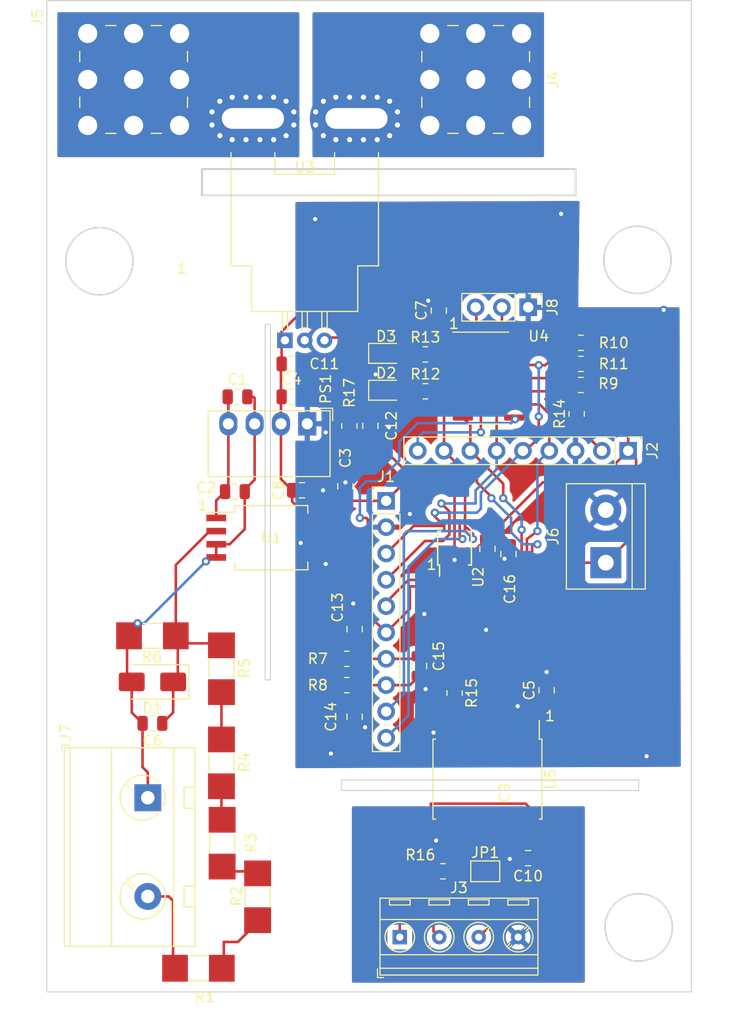
<source format=kicad_pcb>
(kicad_pcb (version 20221018) (generator pcbnew)
  (layers (0 "F.Cu" signal) (31 "B.Cu" signal) (34 "B.Paste" user) (35 "F.Paste" user) (36 "B.SilkS" user "B.Silkscreen") (37 "F.SilkS" user "F.Silkscreen") (38 "B.Mask" user) (39 "F.Mask" user) (44 "Edge.Cuts" user))
  (net 0 "")
  (net 1 "Net-(D1-A1)")
  (net 2 "GND1")
  (net 3 "GND")
  (net 4 "+5V")
  (net 5 "+5VP")
  (net 6 "Net-(R1-Pad2)")
  (net 7 "Net-(R2-Pad2)")
  (net 8 "Net-(R3-Pad2)")
  (net 9 "Net-(R4-Pad2)")
  (net 10 "Net-(U1-OUT+)")
  (net 11 "Net-(U1-OUT-)")
  (net 12 "GND2")
  (net 13 "VDD2")
  (net 14 "Net-(D2-A)")
  (net 15 "Net-(D3-A)")
  (net 16 "Net-(J2-Pin_2)")
  (net 17 "SCL")
  (net 18 "SDA")
  (net 19 "TXD")
  (net 20 "RXD")
  (net 21 "PA5")
  (net 22 "Net-(J4-Pin_1)")
  (net 23 "Net-(J5-Pin_1)")
  (net 24 "Net-(JP1-A)")
  (net 25 "B")
  (net 26 "RESET")
  (net 27 "PA7")
  (net 28 "PA6")
  (net 29 "Net-(U5-PV)")
  (net 30 "A")
  (net 31 "PA3")
  (net 32 "PA4")
  (net 33 "ALERT")
  (net 34 "XDIR")
  (net 38 "Net-(J7-Pin_2)")
  (net 39 "Net-(J1-Pin_9)")
  (net 40 "Net-(J1-Pin_7)")
  (net 41 "Net-(J1-Pin_8)")
  (net 42 "Net-(U3-VIOUT)")
  (net 43 "Net-(J1-Pin_10)")
  (net 44 "Net-(J1-Pin_5)")
  (footprint "PP:PP | R_MELF_MMB-0207 | 0805 Compatible" (layer "F.Cu") (at 39.977 71.0595 90)
    (fp_text reference "R5")
    (fp_text value "402k")
  )
  (footprint "Package_SO:SOIC-16W_7.5x10.3mm_P1.27mm" (layer "F.Cu") (at 65.659 81.71 -90)
    (fp_text reference "U5")
    (fp_text value "ADM2483xRW")
  )
  (footprint "TerminalBlock_MetzConnect:TerminalBlock_MetzConnect_Type086_RT03404HBLC_1x04_P3.81mm_Horizontal" (layer "F.Cu") (at 57.194 96.95)
    (fp_text reference "J3")
    (fp_text value "Screw_Terminal_01x04")
  )
  (footprint "Connector_PinHeader_2.54mm:PinHeader_1x03_P2.54mm_Vertical" (layer "F.Cu") (at 69.596 36.195 -90)
    (fp_text reference "J8")
    (fp_text value "PA3/PA4")
  )
  (footprint "Capacitor_SMD:C_0805_2012Metric" (layer "F.Cu") (at 67.691 60.005 90)
    (fp_text reference "C16")
    (fp_text value "10u")
  )
  (footprint "Capacitor_SMD:C_0805_2012Metric" (layer "F.Cu") (at 51.943 53.467 90)
    (fp_text reference "C3")
    (fp_text value "100n")
  )
  (footprint "TerminalBlock_Wuerth:Wuerth_REDCUBE-THR_WP-THRBU_74650194_THR" (layer "F.Cu") (at 31.496 14.218 -90)
    (fp_text reference "J5")
    (fp_text value "9x9 PIN connector")
  )
  (footprint "Capacitor_SMD:C_0805_2012Metric" (layer "F.Cu") (at 69.579 89.33)
    (fp_text reference "C10")
    (fp_text value "100nF")
  )
  (footprint "Capacitor_SMD:C_0805_2012Metric" (layer "F.Cu") (at 47.752 53.848)
    (fp_text reference "C8")
    (fp_text value "100nF")
  )
  (footprint "Capacitor_SMD:C_0805_2012Metric" (layer "F.Cu") (at 33.312 76.3295 180)
    (fp_text reference "C6")
    (fp_text value "1n")
  )
  (footprint "PP:PP | R_MELF_MMB-0207 | 0805 Compatible" (layer "F.Cu") (at 40.0405 87.8865 90)
    (fp_text reference "R3")
    (fp_text value "402k")
  )
  (footprint "Capacitor_SMD:C_0805_2012Metric" (layer "F.Cu") (at 65.659 59.502 -90)
    (fp_text reference "C9")
    (fp_text value "100nF")
  )
  (footprint "Capacitor_SMD:C_0805_2012Metric" (layer "F.Cu") (at 71.374 73.14 90)
    (fp_text reference "C5")
    (fp_text value "100n")
  )
  (footprint "Capacitor_SMD:C_0805_2012Metric" (layer "F.Cu") (at 52.832 67.249 -90)
    (fp_text reference "C13")
    (fp_text value "100n")
  )
  (footprint "Capacitor_SMD:C_0805_2012Metric" (layer "F.Cu") (at 46.736 41.656)
    (fp_text reference "C11")
    (fp_text value "100n")
  )
  (footprint "Resistor_SMD:R_0805_2012Metric" (layer "F.Cu") (at 52.07 72.644)
    (fp_text reference "R8")
    (fp_text value "10k")
  )
  (footprint "Diode_SMD:D_SMA" (layer "F.Cu") (at 33.312 72.3295 180)
    (fp_text reference "D1")
    (fp_text value "SMAJ5.0A")
  )
  (footprint "Capacitor_SMD:C_0805_2012Metric" (layer "F.Cu") (at 41.529 44.831)
    (fp_text reference "C1")
    (fp_text value "10u")
  )
  (footprint "Resistor_SMD:R_0805_2012Metric" (layer "F.Cu") (at 52.324 47.6485 90)
    (fp_text reference "R17")
    (fp_text value "10k")
  )
  (footprint "PP:PP | R_MELF_MMB-0207 | 0805 Compatible" (layer "F.Cu") (at 39.977 80.1395 90)
    (fp_text reference "R4")
    (fp_text value "402k")
  )
  (footprint "Capacitor_SMD:C_0805_2012Metric" (layer "F.Cu") (at 46.736 44.831)
    (fp_text reference "C4")
    (fp_text value "10u")
  )
  (footprint "Connector_PinHeader_2.54mm:PinHeader_1x09_P2.54mm_Vertical" (layer "F.Cu") (at 79.248 50.038 -90)
    (fp_text reference "J2")
    (fp_text value "Debug/UPDI")
  )
  (footprint "Capacitor_SMD:C_0805_2012Metric" (layer "F.Cu") (at 52.832 75.692 -90)
    (fp_text reference "C14")
    (fp_text value "100n")
  )
  (footprint "Resistor_SMD:R_0805_2012Metric" (layer "F.Cu") (at 74.2715 46.482 90)
    (fp_text reference "R14")
    (fp_text value "470R")
  )
  (footprint "PP:PP | R_MELF_MMB-0207 | 0805 Compatible" (layer "F.Cu") (at 37.7545 99.9515)
    (fp_text reference "R1")
    (fp_text value "402k")
  )
  (footprint "Resistor_SMD:R_0805_2012Metric" (layer "F.Cu") (at 74.676 43.688)
    (fp_text reference "R9")
    (fp_text value "100K")
  )
  (footprint "Resistor_SMD:R_0805_2012Metric" (layer "F.Cu") (at 59.6665 44.296252)
    (fp_text reference "R12")
    (fp_text value "330R")
  )
  (footprint "Resistor_SMD:R_0805_2012Metric" (layer "F.Cu") (at 59.6665 40.740252)
    (fp_text reference "R13")
    (fp_text value "330R")
  )
  (footprint "TerminalBlock_MetzConnect:TerminalBlock_MetzConnect_Type703_RT10N02HGLU_1x02_P9.52mm_Horizontal" (layer "F.Cu") (at 32.865 83.505 -90)
    (fp_text reference "J7")
    (fp_text value "Screw_Terminal_01x02")
  )
  (footprint "Package_SO:SSO-8_6.8x5.9mm_P1.27mm_Clearance8mm" (layer "F.Cu") (at 44.8175 58.42)
    (fp_text reference "U1")
    (fp_text value "ACPL-C870")
  )
  (footprint "Package_SO:TSSOP-10_3x3mm_P0.5mm" (layer "F.Cu") (at 62.484 59.436 90)
    (fp_text reference "U2")
    (fp_text value "ADS1115IDGS")
  )
  (footprint "PP:PP | R_MELF_MMB-0207 | 0805 Compatible" (layer "F.Cu") (at 43.4695 93.0565 90)
    (fp_text reference "R2")
    (fp_text value "402k")
  )
  (footprint "Sensor_Current:Allegro_CB_PFF" (layer "F.Cu") (at 46.106 39.378)
    (fp_text reference "U3")
    (fp_text value "ACS758xCB-200B-PFF")
  )
  (footprint "Resistor_SMD:R_0805_2012Metric" (layer "F.Cu") (at 74.676 39.624 180)
    (fp_text reference "R10")
    (fp_text value "4k7")
  )
  (footprint "LED_SMD:LED_0805_2012Metric" (layer "F.Cu") (at 55.88 44.196)
    (fp_text reference "D2")
    (fp_text value "GREEN")
  )
  (footprint "Resistor_SMD:R_0805_2012Metric" (layer "F.Cu") (at 52.07 70.104)
    (fp_text reference "R7")
    (fp_text value "10k")
  )
  (footprint "Jumper:SolderJumper-2_P1.3mm_Bridged_Pad1.0x1.5mm" (layer "F.Cu") (at 65.449 90.6)
    (fp_text reference "JP1")
    (fp_text value "SolderJumper_2_Bridged")
  )
  (footprint "PP:PP | R_MELF_MMB-0207 | 0805 Compatible" (layer "F.Cu") (at 33.312 67.8845 180)
    (fp_text reference "R6")
    (fp_text value "4k7")
  )
  (footprint "Capacitor_SMD:C_0805_2012Metric" (layer "F.Cu") (at 60.96 36.51 90)
    (fp_text reference "C7")
    (fp_text value "10u")
  )
  (footprint "Resistor_SMD:R_0805_2012Metric" (layer "F.Cu") (at 62.484 73.406 -90)
    (fp_text reference "R15")
    (fp_text value "10K")
  )
  (footprint "Capacitor_SMD:C_0805_2012Metric" (layer "F.Cu") (at 59.055 70.8 90)
    (fp_text reference "C15")
    (fp_text value "100n")
  )
  (footprint "Connector_PinHeader_2.54mm:PinHeader_1x10_P2.54mm_Vertical" (layer "F.Cu") (at 55.88 54.864)
    (fp_text reference "J1")
    (fp_text value "Conn_01x10_MountingPin")
  )
  (footprint "TerminalBlock:TerminalBlock_bornier-2_P5.08mm" (layer "F.Cu") (at 77.089 60.833 90)
    (fp_text reference "J6")
    (fp_text value "Screw_Terminal_01x02")
  )
  (footprint "Capacitor_SMD:C_0805_2012Metric" (layer "F.Cu") (at 41.275 53.975)
    (fp_text reference "C2")
    (fp_text value "100n")
  )
  (footprint "Package_SO:SOIC-14_3.9x8.7mm_P1.27mm" (layer "F.Cu") (at 65.7625 43.026252)
    (fp_text reference "U4")
    (fp_text value "ATtiny1614-SS")
  )
  (footprint "Resistor_SMD:R_0805_2012Metric" (layer "F.Cu") (at 74.676 41.656 180)
    (fp_text reference "R11")
    (fp_text value "4k7")
  )
  (footprint "Resistor_SMD:R_0805_2012Metric" (layer "F.Cu") (at 61.3615 90.6 180)
    (fp_text reference "R16")
    (fp_text value "120R")
  )
  (footprint "LED_SMD:LED_0805_2012Metric" (layer "F.Cu") (at 55.88 40.64)
    (fp_text reference "D3")
    (fp_text value "RED")
  )
  (footprint "TerminalBlock_Wuerth:Wuerth_REDCUBE-THR_WP-THRBU_74650194_THR" (layer "F.Cu") (at 64.526 14.218 -90)
    (fp_text reference "J4")
    (fp_text value "9x9 PIN connector")
  )
  (footprint "Converter_DCDC:Converter_DCDC_Murata_MEE1SxxxxSC_THT" (layer "F.Cu") (at 48.26 47.4335 -90)
    (fp_text reference "PS1")
    (fp_text value "MEE1S0505SC")
  )
  (footprint "Capacitor_SMD:C_0805_2012Metric" (layer "F.Cu") (at 54.356 47.6285 90)
    (fp_text reference "C12")
    (fp_text value "100n 100V")
  )
  (gr_rect (start 51.562 81.788) (end 80.264 82.804) (stroke (width 0.1)) (fill none) (layer "Edge.Cuts"))
  (gr_circle (center 80.137 31.623) (end 83.382341 31.623) (stroke (width 0.15)) (fill none) (layer "Edge.Cuts"))
  (gr_rect (start 38.1 22.86) (end 74.168 25.4) (stroke (width 0.2)) (fill none) (layer "Edge.Cuts"))
  (gr_rect (start 44.196 37.846) (end 44.704 72.136) (stroke (width 0.1)) (fill none) (layer "Edge.Cuts"))
  (gr_circle (center 80.264 96.012) (end 83.509341 96.012) (stroke (width 0.15)) (fill none) (layer "Edge.Cuts"))
  (gr_rect (start 23.114 6.604) (end 85.344 102.235) (stroke (width 0.1)) (fill none) (layer "Edge.Cuts"))
  (gr_circle (center 28.194 31.75) (end 31.439341 31.75) (stroke (width 0.15)) (fill none) (layer "Edge.Cuts"))
  (gr_text "1" (at 37.592 55.88) (layer "F.SilkS") (effects (font (size 1 1)) (justify left bottom)))
  (gr_text "1" (at 35.56 33.02) (layer "F.SilkS") (effects (font (size 1 1)) (justify left bottom)))
  (gr_text "1" (at 61.849 38.354) (layer "F.SilkS") (effects (font (size 1 1)) (justify left bottom)))
  (gr_text "1" (at 71.12 76.2) (layer "F.SilkS") (effects (font (size 1 1)) (justify left bottom)))
  (gr_text "1" (at 59.69 61.595) (layer "F.SilkS") (effects (font (size 1 1)) (justify left bottom)))
  (segment (start 38.8375 57.785) (end 35.57 61.0525) (width 0.25) (layer "F.Cu") (net 1))
  (segment (start 35.57 61.0525) (end 35.57 67.8845) (width 0.25) (layer "F.Cu") (net 1))
  (segment (start 35.312 72.3295) (end 35.312 75.2795) (width 0.25) (layer "F.Cu") (net 1))
  (segment (start 36.487 68.6095) (end 35.762 67.8845) (width 0.25) (layer "F.Cu") (net 1))
  (segment (start 35.762 67.8845) (end 35.762 71.8795) (width 0.25) (layer "F.Cu") (net 1))
  (segment (start 39.47 57.785) (end 38.8375 57.785) (width 0.25) (layer "F.Cu") (net 1))
  (segment (start 35.312 75.2795) (end 34.262 76.3295) (width 0.25) (layer "F.Cu") (net 1))
  (segment (start 35.762 71.8795) (end 35.312 72.3295) (width 0.25) (layer "F.Cu") (net 1))
  (segment (start 39.977 68.6095) (end 36.487 68.6095) (width 0.25) (layer "F.Cu") (net 1))
  (segment (start 39.47 59.055) (end 39.47 60.325) (width 0.25) (layer "F.Cu") (net 2))
  (segment (start 42.479 44.831) (end 43.053 44.831) (width 0.25) (layer "F.Cu") (net 2))
  (segment (start 43.053 44.831) (end 43.18 44.958) (width 0.25) (layer "F.Cu") (net 2))
  (segment (start 30.862 71.8795) (end 31.312 72.3295) (width 0.25) (layer "F.Cu") (net 2))
  (segment (start 31.312 75.2795) (end 32.362 76.3295) (width 0.25) (layer "F.Cu") (net 2))
  (segment (start 42.164 53.848) (end 43.18 52.832) (width 0.25) (layer "F.Cu") (net 2))
  (segment (start 31.312 72.3295) (end 31.312 75.2795) (width 0.25) (layer "F.Cu") (net 2))
  (segment (start 30.862 67.8845) (end 30.862 71.8795) (width 0.25) (layer "F.Cu") (net 2))
  (segment (start 39.47 59.055) (end 40.767 59.055) (width 0.25) (layer "F.Cu") (net 2))
  (segment (start 43.18 47.4335) (end 43.18 44.958) (width 0.25) (layer "F.Cu") (net 2))
  (segment (start 32.357 76.3345) (end 32.362 76.3295) (width 0.25) (layer "F.Cu") (net 2))
  (segment (start 40.767 59.055) (end 42.225 57.597) (width 0.25) (layer "F.Cu") (net 2))
  (segment (start 32.357 80.5575) (end 32.357 76.3345) (width 0.25) (layer "F.Cu") (net 2))
  (segment (start 42.225 57.597) (end 42.225 53.975) (width 0.25) (layer "F.Cu") (net 2))
  (segment (start 43.18 52.832) (end 43.18 47.4335) (width 0.25) (layer "F.Cu") (net 2))
  (segment (start 32.865 81.0655) (end 32.357 80.5575) (width 0.25) (layer "F.Cu") (net 2))
  (segment (start 42.164 53.914) (end 42.225 53.975) (width 0.25) (layer "F.Cu") (net 2))
  (segment (start 32.865 81.0655) (end 32.865 83.505) (width 0.25) (layer "F.Cu") (net 2))
  (via (at 31.877 66.675) (size 0.8) (drill 0.4) (layers "F.Cu" "B.Cu") (net 2))
  (via (at 38.481 60.706) (size 0.8) (drill 0.4) (layers "F.Cu" "B.Cu") (net 2))
  (segment (start 32.512 66.675) (end 38.481 60.706) (width 0.25) (layer "B.Cu") (net 2))
  (segment (start 31.877 66.675) (end 32.512 66.675) (width 0.25) (layer "B.Cu") (net 2))
  (segment (start 60.452 77.216) (end 61.058 77.216) (width 0.25) (layer "F.Cu") (net 3))
  (segment (start 70.163 72.19) (end 71.374 72.19) (width 0.25) (layer "F.Cu") (net 3))
  (segment (start 68.58 76.806) (end 68.834 77.06) (width 0.25) (layer "F.Cu") (net 3))
  (segment (start 62.485139 60.567352) (end 62.600491 60.452) (width 0.25) (layer "F.Cu") (net 3))
  (segment (start 54.9425 42.7505) (end 54.864 42.672) (width 0.25) (layer "F.Cu") (net 3))
  (segment (start 68.58 74.676) (end 68.58 76.806) (width 0.25) (layer "F.Cu") (net 3))
  (segment (start 61.058 77.216) (end 61.214 77.06) (width 0.25) (layer "F.Cu") (net 3))
  (segment (start 50.292 60.452) (end 50.165 60.325) (width 0.25) (layer "F.Cu") (net 3))
  (segment (start 70.163 72.19) (end 68.58 73.773) (width 0.25) (layer "F.Cu") (net 3))
  (segment (start 48.702 53.848) (end 49.784 53.848) (width 0.25) (layer "F.Cu") (net 3))
  (segment (start 54.864 40.7185) (end 54.9425 40.64) (width 0.25) (layer "F.Cu") (net 3))
  (segment (start 68.58 73.773) (end 68.58 74.676) (width 0.25) (layer "F.Cu") (net 3))
  (segment (start 62.484 61.586) (end 62.484 60.568491) (width 0.25) (layer "F.Cu") (net 3))
  (segment (start 54.864 42.672) (end 54.864 40.7185) (width 0.25) (layer "F.Cu") (net 3))
  (segment (start 54.9425 44.196) (end 54.9425 42.7505) (width 0.25) (layer "F.Cu") (net 3))
  (segment (start 62.484 60.568491) (end 62.485139 60.567352) (width 0.25) (layer "F.Cu") (net 3))
  (segment (start 62.600491 60.452) (end 65.532 60.452) (width 0.25) (layer "F.Cu") (net 3))
  (via (at 81.026 79.502) (size 0.8) (drill 0.4) (layers "F.Cu" "B.Cu") (net 3))
  (via (at 82.677 36.449) (size 0.8) (drill 0.4) (layers "F.Cu" "B.Cu") (net 3))
  (via (at 58.166 56.134) (size 0.8) (drill 0.4) (layers "F.Cu" "B.Cu") (net 3))
  (via (at 59.944 35.56) (size 0.8) (drill 0.4) (layers "F.Cu" "B.Cu") (net 3))
  (via (at 49.022 27.686) (size 0.8) (drill 0.4) (layers "F.Cu" "B.Cu") (net 3))
  (via (at 56.134 47.752) (size 0.8) (drill 0.4) (layers "F.Cu" "B.Cu") (net 3))
  (via (at 52.705 64.77) (size 0.8) (drill 0.4) (layers "F.Cu" "B.Cu") (net 3))
  (via (at 71.374 71.374) (size 0.8) (drill 0.4) (layers "F.Cu" "B.Cu") (net 3))
  (via (at 54.864 42.672) (size 0.8) (drill 0.4) (layers "F.Cu" "B.Cu") (net 3))
  (via (at 72.771 27.178) (size 0.8) (drill 0.4) (layers "F.Cu" "B.Cu") (net 3))
  (via (at 65.532 67.31) (size 0.8) (drill 0.4) (layers "F.Cu" "B.Cu") (net 3))
  (via (at 49.784 53.848) (size 0.8) (drill 0.4) (layers "F.Cu" "B.Cu") (net 3))
  (via (at 50.546 79.248) (size 0.8) (drill 0.4) (layers "F.Cu" "B.Cu") (net 3))
  (via (at 59.69 73.025) (size 0.8) (drill 0.4) (layers "F.Cu" "B.Cu") (net 3))
  (via (at 47.625 58.928) (size 0.8) (drill 0.4) (layers "F.Cu" "B.Cu") (net 3))
  (via (at 67.31 60.452) (size 0.8) (drill 0.4) (layers "F.Cu" "B.Cu") (net 3))
  (via (at 68.58 74.676) (size 0.8) (drill 0.4) (layers "F.Cu" "B.Cu") (net 3))
  (via (at 53.848 76.708) (size 0.8) (drill 0.4) (layers "F.Cu" "B.Cu") (net 3))
  (via (at 51.943 53.086) (size 0.8) (drill 0.4) (layers "F.Cu" "B.Cu") (net 3))
  (via (at 50.038 60.96) (size 0.8) (drill 0.4) (layers "F.Cu" "B.Cu") (net 3))
  (via (at 62.485139 60.567352) (size 0.8) (drill 0.4) (layers "F.Cu" "B.Cu") (net 3))
  (via (at 60.452 77.216) (size 0.8) (drill 0.4) (layers "F.Cu" "B.Cu") (net 3))
  (via (at 50.038 48.26) (size 0.8) (drill 0.4) (layers "F.Cu" "B.Cu") (net 3))
  (via (at 59.563 65.786) (size 0.8) (drill 0.4) (layers "F.Cu" "B.Cu") (net 3))
  (segment (start 70.104 77.06) (end 70.104 77.486751) (width 0.25) (layer "F.Cu") (net 4))
  (segment (start 70.163 77.001) (end 70.104 77.06) (width 0.25) (layer "F.Cu") (net 4))
  (segment (start 45.786 40.132) (end 45.786 38.542) (width 0.25) (layer "F.Cu") (net 4))
  (segment (start 59.182 79.248) (end 59.563 78.867) (width 0.25) (layer "F.Cu") (net 4))
  (segment (start 75.5885 39.624) (end 75.5885 41.656) (width 0.25) (layer "F.Cu") (net 4))
  (segment (start 59.563 78.867) (end 59.182 78.486) (width 0.25) (layer "F.Cu") (net 4))
  (segment (start 63.2875 39.216252) (end 61.155248 37.084) (width 0.25) (layer "F.Cu") (net 4))
  (segment (start 48.387 56.515) (end 50.165 56.515) (width 0.25) (layer "F.Cu") (net 4))
  (segment (start 70.163 74.09) (end 70.163 74.168) (width 0.25) (layer "F.Cu") (net 4))
  (segment (start 62.484 59.309) (end 62.484 57.286) (width 0.25) (layer "F.Cu") (net 4))
  (segment (start 50.165 56.515) (end 51.816 54.864) (width 0.25) (layer "F.Cu") (net 4))
  (segment (start 45.786 40.132) (end 45.786 39.698) (width 0.25) (layer "F.Cu") (net 4))
  (segment (start 64.59 59.494) (end 62.669 59.494) (width 0.25) (layer "F.Cu") (net 4))
  (segment (start 53.213 79.248) (end 59.182 79.248) (width 0.25) (layer "F.Cu") (net 4))
  (segment (start 76.2 53.086) (end 79.248 50.038) (width 0.25) (layer "F.Cu") (net 4))
  (segment (start 48.768 57.2795) (end 48.768 74.803) (width 0.25) (layer "F.Cu") (net 4))
  (segment (start 45.72 52.766) (end 46.802 53.848) (width 0.25) (layer "F.Cu") (net 4))
  (segment (start 66.162 59.055) (end 65.659 58.552) (width 0.25) (layer "F.Cu") (net 4))
  (segment (start 72.126173 74.09) (end 72.771 74.09) (width 0.25) (layer "F.Cu") (net 4))
  (segment (start 49.5325 56.515) (end 48.768 57.2795) (width 0.25) (layer "F.Cu") (net 4))
  (segment (start 70.104 77.486751) (end 67.834751 79.756) (width 0.25) (layer "F.Cu") (net 4))
  (segment (start 62.484 57.286) (end 62.484 52.959) (width 0.25) (layer "F.Cu") (net 4))
  (segment (start 46.802 53.848) (end 46.802 54.93) (width 0.25) (layer "F.Cu") (net 4))
  (segment (start 62.484 52.959) (end 57.785 52.959) (width 0.25) (layer "F.Cu") (net 4))
  (segment (start 59.182 78.486) (end 59.182 74.676) (width 0.25) (layer "F.Cu") (net 4))
  (segment (start 60.96 72.898) (end 62.0795 72.898) (width 0.25) (layer "F.Cu") (net 4))
  (segment (start 77.089 60.833) (end 80.01 57.912) (width 0.25) (layer "F.Cu") (net 4))
  (segment (start 45.786 39.698) (end 46.106 39.378) (width 0.25) (layer "F.Cu") (net 4))
  (segment (start 70.163 74.168) (end 70.163 77.001) (width 0.25) (layer "F.Cu") (net 4))
  (segment (start 61.155248 37.084) (end 47.244 37.084) (width 0.25) (layer "F.Cu") (net 4))
  (segment (start 79.248 47.8555) (end 79.248 50.038) (width 0.25) (layer "F.Cu") (net 4))
  (segment (start 80.01 57.912) (end 80.01 50.8) (width 0.25) (layer "F.Cu") (net 4))
  (segment (start 50.165 56.515) (end 49.5325 56.515) (width 0.25) (layer "F.Cu") (net 4))
  (segment (start 75.5885 44.196) (end 79.248 47.8555) (width 0.25) (layer "F.Cu") (net 4))
  (segment (start 59.182 74.676) (end 60.96 72.898) (width 0.25) (layer "F.Cu") (net 4))
  (segment (start 57.785 52.959) (end 55.88 54.864) (width 0.25) (layer "F.Cu") (net 4))
  (segment (start 60.452 79.756) (end 59.563 78.867) (width 0.25) (layer "F.Cu") (net 4))
  (segment (start 73.025 60.833) (end 77.089 60.833) (width 0.25) (layer "F.Cu") (net 4))
  (segment (start 46.802 54.93) (end 48.387 56.515) (width 0.25) (layer "F.Cu") (net 4))
  (segment (start 45.72 41.722) (end 45.72 52.766) (width 0.25) (layer "F.Cu") (net 4))
  (segment (start 70.241 74.09) (end 70.163 74.168) (width 0.25) (layer "F.Cu") (net 4))
  (segment (start 62.0795 72.898) (end 62.484 72.4935) (width 0.25) (layer "F.Cu") (net 4))
  (segment (start 70.998 53.086) (end 65.532 58.552) (width 0.25) (layer "F.Cu") (net 4))
  (segment (start 45.786 41.656) (end 45.786 40.132) (width 0.25) (layer "F.Cu") (net 4))
  (segment (start 75.5885 41.656) (end 75.5885 43.688) (width 0.25) (layer "F.Cu") (net 4))
  (segment (start 70.739 69.088) (end 70.739 63.119) (width 0.25) (layer "F.Cu") (net 4))
  (segment (start 71.374 74.09) (end 70.241 74.09) (width 0.25) (layer "F.Cu") (net 4))
  (segment (start 62.669 59.494) (end 62.484 59.309) (width 0.25) (layer "F.Cu") (net 4))
  (segment (start 45.786 38.542) (end 47.244 37.084) (width 0.25) (layer "F.Cu") (net 4))
  (segment (start 76.2 53.086) (end 70.998 53.086) (width 0.25) (layer "F.Cu") (net 4))
  (segment (start 65.532 58.552) (end 64.59 59.494) (width 0.25) (layer "F.Cu") (net 4))
  (segment (start 80.01 50.8) (end 79.248 50.038) (width 0.25) (layer "F.Cu") (net 4))
  (segment (start 72.771 71.12) (end 70.739 69.088) (width 0.25) (layer "F.Cu") (net 4))
  (segment (start 67.691 59.055) (end 66.162 59.055) (width 0.25) (layer "F.Cu") (net 4))
  (segment (start 70.739 63.119) (end 73.025 60.833) (width 0.25) (layer "F.Cu") (net 4))
  (segment (start 51.816 54.864) (end 55.88 54.864) (width 0.25) (layer "F.Cu") (net 4))
  (segment (start 67.834751 79.756) (end 60.452 79.756) (width 0.25) (layer "F.Cu") (net 4))
  (segment (start 45.786 41.656) (end 45.72 41.722) (width 0.25) (layer "F.Cu") (net 4))
  (segment (start 48.768 74.803) (end 53.213 79.248) (width 0.25) (layer "F.Cu") (net 4))
  (segment (start 72.771 74.09) (end 72.771 71.12) (width 0.25) (layer "F.Cu") (net 4))
  (segment (start 40.64 53.66) (end 40.64 47.4335) (width 0.25) (layer "F.Cu") (net 5))
  (segment (start 40.325 53.975) (end 40.64 53.66) (width 0.25) (layer "F.Cu") (net 5))
  (segment (start 40.64 44.892) (end 40.579 44.831) (width 0.25) (layer "F.Cu") (net 5))
  (segment (start 40.325 53.975) (end 39.47 54.83) (width 0.25) (layer "F.Cu") (net 5))
  (segment (start 39.47 54.83) (end 39.47 56.515) (width 0.25) (layer "F.Cu") (net 5))
  (segment (start 40.64 47.4335) (end 40.64 44.892) (width 0.25) (layer "F.Cu") (net 5))
  (segment (start 40.2045 97.4115) (end 41.5645 97.4115) (width 0.25) (layer "F.Cu") (net 6))
  (segment (start 41.5645 97.4115) (end 43.4695 95.5065) (width 0.25) (layer "F.Cu") (net 6))
  (segment (start 40.2045 97.4115) (end 40.2045 99.9515) (width 0.25) (layer "F.Cu") (net 6))
  (segment (start 43.4695 90.6065) (end 39.2945 90.6065) (width 0.25) (layer "F.Cu") (net 7))
  (segment (start 39.977 85.373) (end 40.0405 85.4365) (width 0.25) (layer "F.Cu") (net 8))
  (segment (start 39.977 82.5895) (end 39.977 85.373) (width 0.25) (layer "F.Cu") (net 8))
  (segment (start 39.977 77.6895) (end 39.977 73.5095) (width 0.25) (layer "F.Cu") (net 9))
  (segment (start 50.165 57.785) (end 50.7975 57.785) (width 0.25) (layer "F.Cu") (net 10))
  (segment (start 52.139 59.1265) (end 52.139 60.909896) (width 0.25) (layer "F.Cu") (net 10))
  (segment (start 52.139 60.909896) (end 51.504 61.544896) (width 0.25) (layer "F.Cu") (net 10))
  (segment (start 51.504 69.7575) (end 51.1575 70.104) (width 0.25) (layer "F.Cu") (net 10))
  (segment (start 50.7975 57.785) (end 52.139 59.1265) (width 0.25) (layer "F.Cu") (net 10))
  (segment (start 51.504 61.544896) (end 51.504 69.7575) (width 0.25) (layer "F.Cu") (net 10))
  (segment (start 50.8175 59.055) (end 51.689 59.9265) (width 0.25) (layer "F.Cu") (net 11))
  (segment (start 51.689 59.9265) (end 51.689 60.7235) (width 0.25) (layer "F.Cu") (net 11))
  (segment (start 51.054 66.675) (end 49.403 68.326) (width 0.25) (layer "F.Cu") (net 11))
  (segment (start 50.165 59.055) (end 50.8175 59.055) (width 0.25) (layer "F.Cu") (net 11))
  (segment (start 49.403 71.755) (end 50.292 72.644) (width 0.25) (layer "F.Cu") (net 11))
  (segment (start 50.292 72.644) (end 51.1575 72.644) (width 0.25) (layer "F.Cu") (net 11))
  (segment (start 51.054 61.3585) (end 51.054 66.675) (width 0.25) (layer "F.Cu") (net 11))
  (segment (start 49.403 68.326) (end 49.403 71.755) (width 0.25) (layer "F.Cu") (net 11))
  (segment (start 51.689 60.7235) (end 51.054 61.3585) (width 0.25) (layer "F.Cu") (net 11))
  (segment (start 61.214 86.36) (end 61.214 84.836) (width 0.25) (layer "F.Cu") (net 12))
  (segment (start 68.629 86.565) (end 68.834 86.36) (width 0.25) (layer "F.Cu") (net 12))
  (segment (start 68.834 84.836) (end 68.834 86.36) (width 0.25) (layer "F.Cu") (net 12))
  (segment (start 68.629 89.33) (end 68.629 86.565) (width 0.25) (layer "F.Cu") (net 12))
  (segment (start 68.58 84.836) (end 68.834 84.836) (width 0.25) (layer "F.Cu") (net 12))
  (segment (start 61.214 84.836) (end 68.58 84.836) (width 0.25) (layer "F.Cu") (net 12))
  (via (at 67.818 89.408) (size 0.8) (drill 0.4) (layers "F.Cu" "B.Cu") (net 12))
  (via (at 60.706 87.63) (size 0.8) (drill 0.4) (layers "F.Cu" "B.Cu") (net 12))
  (segment (start 60.198 84.074) (end 60.198 85.09) (width 0.25) (layer "F.Cu") (net 13))
  (segment (start 57.194 88.094) (end 57.194 96.95) (width 0.25) (layer "F.Cu") (net 13))
  (segment (start 70.529 89.33) (end 70.529 86.785) (width 0.25) (layer "F.Cu") (net 13))
  (segment (start 60.198 85.09) (end 57.194 88.094) (width 0.25) (layer "F.Cu") (net 13))
  (segment (start 70.104 86.36) (end 70.104 84.836) (width 0.25) (layer "F.Cu") (net 13))
  (segment (start 70.104 84.836) (end 69.342 84.074) (width 0.25) (layer "F.Cu") (net 13))
  (segment (start 70.529 86.785) (end 70.104 86.36) (width 0.25) (layer "F.Cu") (net 13))
  (segment (start 69.342 84.074) (end 60.198 84.074) (width 0.25) (layer "F.Cu") (net 13))
  (segment (start 58.653748 44.196) (end 58.754 44.296252) (width 0.25) (layer "F.Cu") (net 14))
  (segment (start 56.8175 44.196) (end 58.653748 44.196) (width 0.25) (layer "F.Cu") (net 14))
  (segment (start 56.8175 40.64) (end 58.653748 40.64) (width 0.25) (layer "F.Cu") (net 15))
  (segment (start 58.653748 40.64) (end 58.754 40.740252) (width 0.25) (layer "F.Cu") (net 15))
  (segment (start 74.3185 47.6485) (end 76.708 50.038) (width 0.25) (layer "F.Cu") (net 16))
  (segment (start 74.2715 47.6485) (end 74.3185 47.6485) (width 0.25) (layer "F.Cu") (net 16))
  (segment (start 71.247 41.783) (end 72.644 40.386) (width 0.25) (layer "F.Cu") (net 17))
  (segment (start 72.644 40.386) (end 73.5095 40.386) (width 0.25) (layer "F.Cu") (net 17))
  (segment (start 55.88 59.944) (end 58.538 57.286) (width 0.25) (layer "F.Cu") (net 17))
  (segment (start 68.2375 41.756252) (end 70.585252 41.756252) (width 0.25) (layer "F.Cu") (net 17))
  (segment (start 70.585252 41.756252) (end 70.612 41.783) (width 0.25) (layer "F.Cu") (net 17))
  (segment (start 61.484 57.286) (end 60.579 56.381) (width 0.25) (layer "F.Cu") (net 17))
  (segment (start 70.612 48.768) (end 70.612 46.736) (width 0.25) (layer "F.Cu") (net 17))
  (segment (start 69.088 50.292) (end 70.612 48.768) (width 0.25) (layer "F.Cu") (net 17))
  (segment (start 73.5095 40.386) (end 73.7635 40.132) (width 0.25) (layer "F.Cu") (net 17))
  (segment (start 60.579 56.007) (end 60.579 56.134) (width 0.25) (layer "F.Cu") (net 17))
  (segment (start 60.579 56.381) (end 60.579 56.007) (width 0.25) (layer "F.Cu") (net 17))
  (segment (start 70.612 41.783) (end 71.247 41.783) (width 0.25) (layer "F.Cu") (net 17))
  (segment (start 58.538 57.286) (end 61.484 57.286) (width 0.25) (layer "F.Cu") (net 17))
  (via (at 70.612 46.736) (size 0.8) (drill 0.4) (layers "F.Cu" "B.Cu") (net 17))
  (via (at 60.579 56.007) (size 0.8) (drill 0.4) (layers "F.Cu" "B.Cu") (net 17))
  (via (at 70.612 41.783) (size 0.8) (drill 0.4) (layers "F.Cu" "B.Cu") (net 17))
  (segment (start 60.579 56.007) (end 64.643 56.007) (width 0.25) (layer "B.Cu") (net 17))
  (segment (start 65.024 55.626) (end 65.024 54.102) (width 0.25) (layer "B.Cu") (net 17))
  (segment (start 64.643 56.007) (end 65.024 55.626) (width 0.25) (layer "B.Cu") (net 17))
  (segment (start 70.612 41.783) (end 70.612 46.736) (width 0.25) (layer "B.Cu") (net 17))
  (segment (start 65.024 54.102) (end 69.088 50.038) (width 0.25) (layer "B.Cu") (net 17))
  (segment (start 66.548 50.292) (end 66.548 44.339001) (width 0.25) (layer "F.Cu") (net 18))
  (segment (start 59.6265 58.7375) (end 61.3575 58.7375) (width 0.25) (layer "F.Cu") (net 18))
  (segment (start 61.984 55.888) (end 61.214 55.118) (width 0.25) (layer "F.Cu") (net 18))
  (segment (start 61.3575 58.7375) (end 61.984 58.111) (width 0.25) (layer "F.Cu") (net 18))
  (segment (start 73.279 42.164) (end 73.7635 42.164) (width 0.25) (layer "F.Cu") (net 18))
  (segment (start 55.88 62.484) (end 59.6265 58.7375) (width 0.25) (layer "F.Cu") (net 18))
  (segment (start 61.984 57.286) (end 61.984 55.888) (width 0.25) (layer "F.Cu") (net 18))
  (segment (start 68.2375 43.026252) (end 72.416748 43.026252) (width 0.25) (layer "F.Cu") (net 18))
  (segment (start 61.984 58.111) (end 61.984 57.286) (width 0.25) (layer "F.Cu") (net 18))
  (segment (start 66.548 44.339001) (end 67.860749 43.026252) (width 0.25) (layer "F.Cu") (net 18))
  (segment (start 72.416748 43.026252) (end 73.279 42.164) (width 0.25) (layer "F.Cu") (net 18))
  (segment (start 67.860749 43.026252) (end 68.2375 43.026252) (width 0.25) (layer "F.Cu") (net 18))
  (via (at 61.214 55.118) (size 0.8) (drill 0.4) (layers "F.Cu" "B.Cu") (net 18))
  (segment (start 64.516 55.118) (end 61.214 55.118) (width 0.25) (layer "B.Cu") (net 18))
  (segment (start 64.516 53.857305) (end 64.516 55.118) (width 0.25) (layer "B.Cu") (net 18))
  (segment (start 66.548 50.038) (end 66.548 51.825305) (width 0.25) (layer "B.Cu") (net 18))
  (segment (start 66.548 51.825305) (end 64.516 53.857305) (width 0.25) (layer "B.Cu") (net 18))
  (segment (start 63.754 75.946) (end 63.754 77.06) (width 0.25) (layer "F.Cu") (net 19))
  (segment (start 64.008 50.038) (end 67.183 53.213) (width 0.25) (layer "F.Cu") (net 19))
  (segment (start 64.008 47.556752) (end 63.2875 46.836252) (width 0.25) (layer "F.Cu") (net 19))
  (segment (start 67.183 53.213) (end 67.183 54.61) (width 0.25) (layer "F.Cu") (net 19))
  (segment (start 68.961 57.658) (end 68.961 70.739) (width 0.25) (layer "F.Cu") (net 19))
  (segment (start 64.008 50.292) (end 64.008 47.556752) (width 0.25) (layer "F.Cu") (net 19))
  (segment (start 68.961 70.739) (end 63.754 75.946) (width 0.25) (layer "F.Cu") (net 19))
  (via (at 67.183 54.61) (size 0.8) (drill 0.4) (layers "F.Cu" "B.Cu") (net 19))
  (via (at 68.961 57.658) (size 0.8) (drill 0.4) (layers "F.Cu" "B.Cu") (net 19))
  (segment (start 67.183 54.61) (end 68.961 56.388) (width 0.25) (layer "B.Cu") (net 19))
  (segment (start 68.961 56.388) (end 68.961 57.658) (width 0.25) (layer "B.Cu") (net 19))
  (segment (start 61.468 46.736) (end 61.468 50.292) (width 0.25) (layer "F.Cu") (net 20))
  (segment (start 69.977 59.055) (end 70.485 59.055) (width 0.25) (layer "F.Cu") (net 20))
  (segment (start 67.564 73.408792) (end 69.977 70.995792) (width 0.25) (layer "F.Cu") (net 20))
  (segment (start 64.643 53.086) (end 66.04 54.483) (width 0.25) (layer "F.Cu") (net 20))
  (segment (start 67.564 77.06) (end 67.564 73.408792) (width 0.25) (layer "F.Cu") (net 20))
  (segment (start 63.2875 45.566252) (end 62.637748 45.566252) (width 0.25) (layer "F.Cu") (net 20))
  (segment (start 63.246 51.816) (end 64.643 51.816) (width 0.25) (layer "F.Cu") (net 20))
  (segment (start 64.643 51.816) (end 64.643 53.086) (width 0.25) (layer "F.Cu") (net 20))
  (segment (start 69.977 70.995792) (end 69.977 59.055) (width 0.25) (layer "F.Cu") (net 20))
  (segment (start 61.468 50.038) (end 63.246 51.816) (width 0.25) (layer "F.Cu") (net 20))
  (segment (start 62.637748 45.566252) (end 61.468 46.736) (width 0.25) (layer "F.Cu") (net 20))
  (via (at 70.485 59.055) (size 0.8) (drill 0.4) (layers "F.Cu" "B.Cu") (net 20))
  (via (at 66.04 54.61) (size 0.8) (drill 0.4) (layers "F.Cu" "B.Cu") (net 20))
  (segment (start 70.485 59.055) (end 69.088 59.055) (width 0.25) (layer "B.Cu") (net 20))
  (segment (start 69.088 59.055) (end 67.945 57.912) (width 0.25) (layer "B.Cu") (net 20))
  (segment (start 67.945 57.912) (end 67.945 56.515) (width 0.25) (layer "B.Cu") (net 20))
  (segment (start 67.945 56.515) (end 66.04 54.61) (width 0.25) (layer "B.Cu") (net 20))
  (segment (start 65.024 42.672) (end 64.108252 41.756252) (width 0.25) (layer "F.Cu") (net 21))
  (segment (start 65.024 48.26) (end 65.024 42.672) (width 0.25) (layer "F.Cu") (net 21))
  (segment (start 64.108252 41.756252) (end 63.2875 41.756252) (width 0.25) (layer "F.Cu") (net 21))
  (via (at 65.024 48.26) (size 0.8) (drill 0.4) (layers "F.Cu" "B.Cu") (net 21))
  (segment (start 59.436 48.26) (end 65.024 48.26) (width 0.25) (layer "B.Cu") (net 21))
  (segment (start 58.928 50.292) (end 58.928 48.768) (width 0.25) (layer "B.Cu") (net 21))
  (segment (start 58.928 48.768) (end 59.436 48.26) (width 0.25) (layer "B.Cu") (net 21))
  (segment (start 64.799 90.6) (end 62.274 90.6) (width 0.25) (layer "F.Cu") (net 24))
  (segment (start 64.814 96.95) (end 66.099 95.665) (width 0.25) (layer "F.Cu") (net 25))
  (segment (start 66.099 86.555) (end 66.294 86.36) (width 0.25) (layer "F.Cu") (net 25))
  (segment (start 66.099 90.6) (end 66.099 86.555) (width 0.25) (layer "F.Cu") (net 25))
  (segment (start 66.099 95.665) (end 66.099 90.6) (width 0.25) (layer "F.Cu") (net 25))
  (segment (start 73.663248 44.296252) (end 73.7635 44.196) (width 0.25) (layer "F.Cu") (net 26))
  (segment (start 73.7635 45.3155) (end 74.2715 45.8235) (width 0.25) (layer "F.Cu") (net 26))
  (segment (start 73.7635 44.196) (end 73.7635 45.3155) (width 0.25) (layer "F.Cu") (net 26))
  (segment (start 68.2375 44.296252) (end 73.663248 44.296252) (width 0.25) (layer "F.Cu") (net 26))
  (segment (start 63.2875 44.296252) (end 60.579 44.296252) (width 0.25) (layer "F.Cu") (net 27))
  (segment (start 63.2875 43.026252) (end 62.865 43.026252) (width 0.25) (layer "F.Cu") (net 28))
  (segment (start 62.865 43.026252) (end 60.579 40.740252) (width 0.25) (layer "F.Cu") (net 28))
  (segment (start 62.484 77.06) (end 62.484 74.3185) (width 0.25) (layer "F.Cu") (net 29))
  (segment (start 60.449 90.6) (end 60.449 96.395) (width 0.25) (layer "F.Cu") (net 30))
  (segment (start 60.449 96.395) (end 61.004 96.95) (width 0.25) (layer "F.Cu") (net 30))
  (segment (start 64.77 88.646) (end 65.024 88.392) (width 0.25) (layer "F.Cu") (net 30))
  (segment (start 65.024 88.392) (end 65.024 86.36) (width 0.25) (layer "F.Cu") (net 30))
  (segment (start 60.449 90.6) (end 62.403 88.646) (width 0.25) (layer "F.Cu") (net 30))
  (segment (start 62.403 88.646) (end 64.77 88.646) (width 0.25) (layer "F.Cu") (net 30))
  (segment (start 68.083752 40.64) (end 68.2375 40.486252) (width 0.25) (layer "F.Cu") (net 31))
  (segment (start 66.04 40.64) (end 68.083752 40.64) (width 0.25) (layer "F.Cu") (net 31))
  (segment (start 66.04 38.608) (end 66.04 40.64) (width 0.25) (layer "F.Cu") (net 31))
  (segment (start 67.056 36.195) (end 67.056 37.592) (width 0.25) (layer "F.Cu") (net 31))
  (segment (start 67.056 37.592) (end 66.04 38.608) (width 0.25) (layer "F.Cu") (net 31))
  (segment (start 64.5875 38.4255) (end 65.024 38.862) (width 0.25) (layer "F.Cu") (net 32))
  (segment (start 64.516 36.195) (end 64.5875 36.2665) (width 0.25) (layer "F.Cu") (net 32))
  (segment (start 64.5875 36.2665) (end 64.5875 38.4255) (width 0.25) (layer "F.Cu") (net 32))
  (segment (start 65.024 39.497) (end 64.034748 40.486252) (width 0.25) (layer "F.Cu") (net 32))
  (segment (start 64.034748 40.486252) (end 63.2875 40.486252) (width 0.25) (layer "F.Cu") (net 32))
  (segment (start 65.024 38.862) (end 65.024 39.497) (width 0.25) (layer "F.Cu") (net 32))
  (segment (start 53.975 56.515) (end 53.34 56.515) (width 0.25) (layer "F.Cu") (net 33))
  (segment (start 54.102 56.642) (end 53.975 56.515) (width 0.25) (layer "F.Cu") (net 33))
  (segment (start 61.984 62.984) (end 61.984 61.586) (width 0.25) (layer "F.Cu") (net 33))
  (segment (start 55.88 67.564) (end 54.102 65.786) (width 0.25) (layer "F.Cu") (net 33))
  (segment (start 55.88 67.564) (end 58.166 65.278) (width 0.25) (layer "F.Cu") (net 33))
  (segment (start 54.102 60.706) (end 54.102 56.642) (width 0.25) (layer "F.Cu") (net 33))
  (segment (start 54.102 65.786) (end 54.102 60.706) (width 0.25) (layer "F.Cu") (net 33))
  (segment (start 61.849 63.119) (end 61.984 62.984) (width 0.25) (layer "F.Cu") (net 33))
  (segment (start 58.166 65.278) (end 58.166 63.119) (width 0.25) (layer "F.Cu") (net 33))
  (segment (start 58.166 63.119) (end 61.849 63.119) (width 0.25) (layer "F.Cu") (net 33))
  (via (at 53.34 56.515) (size 0.8) (drill 0.4) (layers "F.Cu" "B.Cu") (net 33))
  (via (at 68.326 46.99) (size 0.8) (drill 0.4) (layers "F.Cu" "B.Cu") (net 33))
  (segment (start 68.326 46.99) (end 67.945 47.371) (width 0.25) (layer "B.Cu") (net 33))
  (segment (start 55.155 52.973695) (end 57.15 50.978695) (width 0.25) (layer "B.Cu") (net 33))
  (segment (start 53.34 56.515) (end 53.34 53.594) (width 0.25) (layer "B.Cu") (net 33))
  (segment (start 53.34 53.594) (end 53.960305 52.973695) (width 0.25) (layer "B.Cu") (net 33))
  (segment (start 57.15 49.149) (end 57.15 50.927) (width 0.25) (layer "B.Cu") (net 33))
  (segment (start 57.15 50.978695) (end 57.15 50.927) (width 0.25) (layer "B.Cu") (net 33))
  (segment (start 58.928 47.371) (end 57.15 49.149) (width 0.25) (layer "B.Cu") (net 33))
  (segment (start 53.960305 52.973695) (end 55.155 52.973695) (width 0.25) (layer "B.Cu") (net 33))
  (segment (start 67.945 47.371) (end 58.928 47.371) (width 0.25) (layer "B.Cu") (net 33))
  (segment (start 69.469 70.867396) (end 69.469 70.739) (width 0.25) (layer "F.Cu") (net 34))
  (segment (start 69.469 70.739) (end 69.469 58.547) (width 0.25) (layer "F.Cu") (net 34))
  (segment (start 66.294 77.06) (end 66.294 74.042396) (width 0.25) (layer "F.Cu") (net 34))
  (segment (start 71.628 46.482) (end 71.628 50.292) (width 0.25) (layer "F.Cu") (net 34))
  (segment (start 68.2375 45.566252) (end 70.712252 45.566252) (width 0.25) (layer "F.Cu") (net 34))
  (segment (start 66.294 74.042396) (end 69.469 70.867396) (width 0.25) (layer "F.Cu") (net 34))
  (segment (start 65.024 77.06) (end 66.294 77.06) (width 0.25) (layer "F.Cu") (net 34))
  (segment (start 70.712252 45.566252) (end 71.628 46.482) (width 0.25) (layer "F.Cu") (net 34))
  (segment (start 69.469 58.547) (end 70.485 57.785) (width 0.25) (layer "F.Cu") (net 34))
  (via (at 70.485 57.785) (size 0.8) (drill 0.4) (layers "F.Cu" "B.Cu") (net 34))
  (segment (start 70.485 57.785) (end 70.485 51.181) (width 0.25) (layer "B.Cu") (net 34))
  (segment (start 70.485 51.181) (end 71.628 50.038) (width 0.25) (layer "B.Cu") (net 34))
  (segment (start 34.885 93.025) (end 35.3045 93.4445) (width 0.25) (layer "F.Cu") (net 38))
  (segment (start 35.3045 93.4445) (end 35.3045 99.9515) (width 0.25) (layer "F.Cu") (net 38))
  (segment (start 32.865 93.025) (end 34.885 93.025) (width 0.25) (layer "F.Cu") (net 38))
  (segment (start 63.484 57.286) (end 64.262 58.064) (width 0.25) (layer "F.Cu") (net 39))
  (segment (start 63.5 56.445) (end 63.5 52.451) (width 0.25) (layer "F.Cu") (net 39))
  (segment (start 63.5 52.451) (end 58.2285 52.451) (width 0.25) (layer "F.Cu") (net 39))
  (segment (start 52.3415 48.5785) (end 52.324 48.561) (width 0.25) (layer "F.Cu") (net 39))
  (segment (start 63.484 56.461) (end 63.5 56.445) (width 0.25) (layer "F.Cu") (net 39))
  (segment (start 54.356 48.5785) (end 52.3415 48.5785) (width 0.25) (layer "F.Cu") (net 39))
  (segment (start 58.2285 52.451) (end 54.356 48.5785) (width 0.25) (layer "F.Cu") (net 39))
  (segment (start 63.484 57.286) (end 63.484 56.461) (width 0.25) (layer "F.Cu") (net 39))
  (segment (start 64.262 58.064) (end 64.262 58.547) (width 0.25) (layer "F.Cu") (net 39))
  (via (at 64.262 58.547) (size 0.8) (drill 0.4) (layers "F.Cu" "B.Cu") (net 39))
  (segment (start 57.589 73.475) (end 55.88 75.184) (width 0.25) (layer "B.Cu") (net 39))
  (segment (start 57.589 58.108) (end 57.589 73.475) (width 0.25) (layer "B.Cu") (net 39))
  (segment (start 64.262 58.537694) (end 63.509305 57.785) (width 0.25) (layer "B.Cu") (net 39))
  (segment (start 63.509305 57.785) (end 57.912 57.785) (width 0.25) (layer "B.Cu") (net 39))
  (segment (start 57.912 57.785) (end 57.589 58.108) (width 0.25) (layer "B.Cu") (net 39))
  (segment (start 62.984 66.683) (end 59.563 70.104) (width 0.25) (layer "F.Cu") (net 40))
  (segment (start 62.984 61.586) (end 62.984 66.683) (width 0.25) (layer "F.Cu") (net 40))
  (segment (start 52.9825 70.104) (end 55.88 70.104) (width 0.25) (layer "F.Cu") (net 40))
  (segment (start 52.9825 68.3495) (end 52.832 68.199) (width 0.25) (layer "F.Cu") (net 40))
  (segment (start 59.563 70.104) (end 55.88 70.104) (width 0.25) (layer "F.Cu") (net 40))
  (segment (start 52.9825 70.104) (end 52.9825 68.3495) (width 0.25) (layer "F.Cu") (net 40))
  (segment (start 55.88 72.644) (end 52.9825 72.644) (width 0.25) (layer "F.Cu") (net 41))
  (segment (start 52.9825 72.644) (end 52.9825 74.5915) (width 0.25) (layer "F.Cu") (net 41))
  (segment (start 58.166 72.644) (end 55.88 72.644) (width 0.25) (layer "F.Cu") (net 41))
  (segment (start 63.484 61.586) (end 63.484 67.326) (width 0.25) (layer "F.Cu") (net 41))
  (segment (start 52.9825 74.5915) (end 52.832 74.742) (width 0.25) (layer "F.Cu") (net 41))
  (segment (start 63.484 67.326) (end 58.166 72.644) (width 0.25) (layer "F.Cu") (net 41))
  (segment (start 49.926 39.378) (end 50.188 39.116) (width 0.25) (layer "F.Cu") (net 42))
  (segment (start 52.324 39.116) (end 52.324 46.736) (width 0.25) (layer "F.Cu") (net 42))
  (segment (start 50.188 39.116) (end 52.324 39.116) (width 0.25) (layer "F.Cu") (net 42))
  (segment (start 62.984 57.286) (end 62.984 58.285) (width 0.25) (layer "F.Cu") (net 43))
  (segment (start 62.984 58.285) (end 63.246 58.547) (width 0.25) (layer "F.Cu") (net 43))
  (via (at 63.246 58.547) (size 0.8) (drill 0.4) (layers "F.Cu" "B.Cu") (net 43))
  (segment (start 58.039 61.214) (end 58.039 75.565) (width 0.25) (layer "B.Cu") (net 43))
  (segment (start 63.246 58.547) (end 60.706 58.547) (width 0.25) (layer "B.Cu") (net 43))
  (segment (start 60.706 58.547) (end 58.039 61.214) (width 0.25) (layer "B.Cu") (net 43))
  (segment (start 58.039 75.565) (end 55.88 77.724) (width 0.25) (layer "B.Cu") (net 43))
  (segment (start 55.88 64.648351) (end 55.88 65.024) (width 0.25) (layer "F.Cu") (net 44))
  (segment (start 58.036351 62.492) (end 55.88 64.648351) (width 0.25) (layer "F.Cu") (net 44))
  (segment (start 60.578 62.492) (end 58.036351 62.492) (width 0.25) (layer "F.Cu") (net 44))
  (segment (start 60.578 62.492) (end 61.484 61.586) (width 0.25) (layer "F.Cu") (net 44))
  (zone (net 12) (net_name "GND2") (layers "F&B.Cu") (priority 3) (connect_pads (clearance 0.5)) (min_thickness 0.25) (fill yes (thermal_gap 0.5) (thermal_bridge_width 0.5))
    (polygon (pts (xy 52.578 84.328) (xy 75.057 84.328) (xy 75.057 101.346) (xy 52.578 101.346)))
  )
  (zone (net 3) (net_name "GND") (layers "F&B.Cu") (connect_pads (clearance 0.5)) (min_thickness 0.25) (fill yes (thermal_gap 0.5) (thermal_bridge_width 0.5))
    (polygon (pts (xy 74.422 36.195) (xy 84.201 36.195) (xy 84.328 80.518) (xy 47.117 80.645) (xy 47.117 26.035) (xy 74.549 25.941375)))
  )
  (zone (net 22) (net_name "Net-(J4-Pin_1)") (layers "F&B.Cu") (priority 2) (connect_pads yes (clearance 0.5)) (min_thickness 0.25) (fill yes (thermal_gap 0.5) (thermal_bridge_width 0.5))
    (polygon (pts (xy 71.12 7.741) (xy 71.12 21.711) (xy 48.768 21.711) (xy 48.768 7.741)))
  )
  (zone (net 23) (net_name "Net-(J5-Pin_1)") (layers "F&B.Cu") (priority 1) (connect_pads yes (clearance 0.5)) (min_thickness 0.25) (fill yes (thermal_gap 0.5) (thermal_bridge_width 0.5))
    (polygon (pts (xy 24.13 21.711) (xy 47.498 21.711) (xy 47.498 7.741) (xy 24.13 7.741)))
  )
)
</source>
